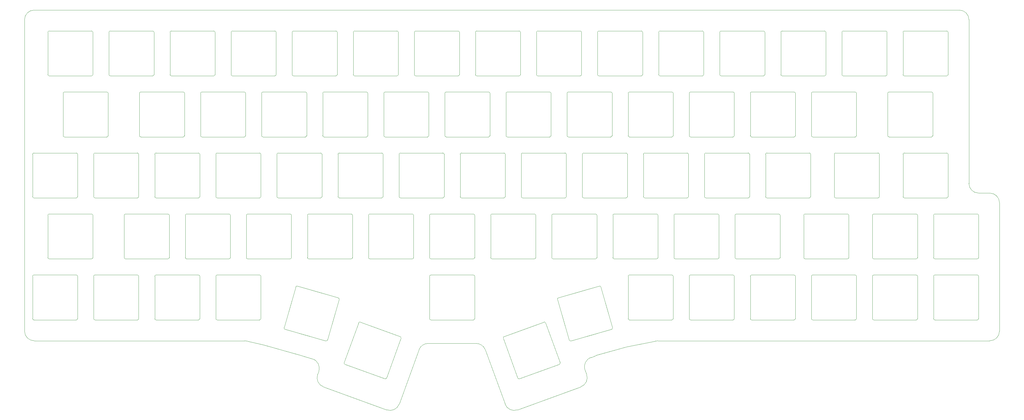
<source format=gm1>
G04 #@! TF.GenerationSoftware,KiCad,Pcbnew,(6.0.7-1)-1*
G04 #@! TF.CreationDate,2022-08-16T19:57:45+02:00*
G04 #@! TF.ProjectId,switch-plate,73776974-6368-42d7-906c-6174652e6b69,rev?*
G04 #@! TF.SameCoordinates,Original*
G04 #@! TF.FileFunction,Profile,NP*
%FSLAX46Y46*%
G04 Gerber Fmt 4.6, Leading zero omitted, Abs format (unit mm)*
G04 Created by KiCad (PCBNEW (6.0.7-1)-1) date 2022-08-16 19:57:45*
%MOMM*%
%LPD*%
G01*
G04 APERTURE LIST*
G04 #@! TA.AperFunction,Profile*
%ADD10C,0.100000*%
G04 #@! TD*
G04 #@! TA.AperFunction,Profile*
%ADD11C,0.120000*%
G04 #@! TD*
G04 APERTURE END LIST*
D10*
X95910640Y-99981270D02*
X96252660Y-99041577D01*
X191953090Y-91358478D02*
X200923088Y-89616215D01*
X130257781Y-90327385D02*
G75*
G03*
X127438703Y-92301347I19J-3000015D01*
G01*
X308000000Y-86500000D02*
X308000000Y-46500000D01*
X96252651Y-99041574D02*
G75*
G03*
X94260494Y-95131732I-2819051J1026074D01*
G01*
X298500000Y-40500000D02*
X298500000Y10500000D01*
X177796342Y-103826408D02*
X158062797Y-111008831D01*
X74076912Y-89616215D02*
X78888913Y-90703839D01*
X7750000Y-89500000D02*
X73250000Y-89500000D01*
X181068507Y-94661927D02*
G75*
G03*
X179076329Y-98571731I826893J-2883773D01*
G01*
X179589359Y-99981270D02*
X179076329Y-98571731D01*
X201750000Y-89500000D02*
X305000000Y-89500000D01*
X154217658Y-109215814D02*
X148061296Y-92301347D01*
X117437209Y-111008812D02*
G75*
G03*
X121282341Y-109215814I1026091J2819012D01*
G01*
X148061276Y-92301354D02*
G75*
G03*
X145242218Y-90327407I-2819076J-1026046D01*
G01*
X177796325Y-103826361D02*
G75*
G03*
X179589359Y-99981269I-1026025J2819061D01*
G01*
X298500000Y10500000D02*
G75*
G03*
X295500000Y13500000I-3000000J0D01*
G01*
X121282341Y-109215814D02*
X127438703Y-92301347D01*
X4750000Y-86500000D02*
G75*
G03*
X7750000Y-89500000I3000000J0D01*
G01*
X97703657Y-103826408D02*
X117437202Y-111008831D01*
X181068495Y-94661886D02*
X182821104Y-93977032D01*
X4750000Y10500000D02*
X4750000Y-25500000D01*
X308000000Y-46500000D02*
G75*
G03*
X305000000Y-43500000I-3000000J0D01*
G01*
X298500000Y-40500000D02*
G75*
G03*
X301500000Y-43500000I3000000J0D01*
G01*
X74076912Y-89616215D02*
G75*
G03*
X73250000Y-89500000I-826912J-2883785D01*
G01*
X4750000Y-25500000D02*
X4750000Y-86500000D01*
X78888913Y-90703839D02*
X90303895Y-93977032D01*
X7750000Y13500000D02*
G75*
G03*
X4750000Y10500000I0J-3000000D01*
G01*
X182821104Y-93977032D02*
X191953090Y-91358478D01*
X95910594Y-99981252D02*
G75*
G03*
X97703657Y-103826408I2819106J-1026048D01*
G01*
X154217641Y-109215820D02*
G75*
G03*
X158062797Y-111008831I2819059J1026020D01*
G01*
X201750000Y-89500000D02*
G75*
G03*
X200923088Y-89616215I0J-3000000D01*
G01*
X130257781Y-90327407D02*
X145242218Y-90327407D01*
X7750000Y13500000D02*
X295500000Y13500000D01*
X90303895Y-93977032D02*
X94260494Y-95131732D01*
X305000000Y-43500000D02*
X301500000Y-43500000D01*
X305000000Y-89500000D02*
G75*
G03*
X308000000Y-86500000I0J3000000D01*
G01*
D11*
X26000000Y-6600000D02*
X26000000Y6600000D01*
X12400000Y-7000000D02*
X25600000Y-7000000D01*
X12000000Y6600000D02*
X12000000Y-6600000D01*
X12400000Y7000000D02*
X25600000Y7000000D01*
X25600000Y-7000000D02*
G75*
G03*
X26000000Y-6600000I0J400000D01*
G01*
X12400000Y7000000D02*
G75*
G03*
X12000000Y6600000I-1J-399999D01*
G01*
X26000000Y6600000D02*
G75*
G03*
X25600000Y7000000I-400000J0D01*
G01*
X12000000Y-6600000D02*
G75*
G03*
X12400000Y-7000000I399999J-1D01*
G01*
X59900000Y-26000000D02*
X73100000Y-26000000D01*
X59900000Y-12000000D02*
X73100000Y-12000000D01*
X73500000Y-25600000D02*
X73500000Y-12400000D01*
X59500000Y-12400000D02*
X59500000Y-25600000D01*
X59500000Y-25600000D02*
G75*
G03*
X59900000Y-26000000I399999J-1D01*
G01*
X73100000Y-26000000D02*
G75*
G03*
X73500000Y-25600000I0J400000D01*
G01*
X59900000Y-12000000D02*
G75*
G03*
X59500000Y-12400000I-1J-399999D01*
G01*
X73500000Y-12400000D02*
G75*
G03*
X73100000Y-12000000I-400000J0D01*
G01*
X104403888Y-96820515D02*
X116807830Y-101335181D01*
X121596112Y-88179485D02*
X109192170Y-83664819D01*
X104164819Y-96307830D02*
X108679485Y-83903888D01*
X117320515Y-101096112D02*
X121835181Y-88692170D01*
X116807830Y-101335181D02*
G75*
G03*
X117320515Y-101096112I136809J375875D01*
G01*
X104164819Y-96307830D02*
G75*
G03*
X104403888Y-96820515I375875J-136809D01*
G01*
X109192170Y-83664819D02*
G75*
G03*
X108679485Y-83903888I-136808J-375877D01*
G01*
X121835181Y-88692170D02*
G75*
G03*
X121596112Y-88179485I-375877J136808D01*
G01*
X78900000Y-12000000D02*
X92100000Y-12000000D01*
X92500000Y-25600000D02*
X92500000Y-12400000D01*
X78900000Y-26000000D02*
X92100000Y-26000000D01*
X78500000Y-12400000D02*
X78500000Y-25600000D01*
X78500000Y-25600000D02*
G75*
G03*
X78900000Y-26000000I399999J-1D01*
G01*
X92500000Y-12400000D02*
G75*
G03*
X92100000Y-12000000I-400000J0D01*
G01*
X92100000Y-26000000D02*
G75*
G03*
X92500000Y-25600000I0J400000D01*
G01*
X78900000Y-12000000D02*
G75*
G03*
X78500000Y-12400000I-1J-399999D01*
G01*
X244500000Y-82600000D02*
X244500000Y-69400000D01*
X230900000Y-83000000D02*
X244100000Y-83000000D01*
X230500000Y-69400000D02*
X230500000Y-82600000D01*
X230900000Y-69000000D02*
X244100000Y-69000000D01*
X230500000Y-82600000D02*
G75*
G03*
X230900000Y-83000000I399999J-1D01*
G01*
X230900000Y-69000000D02*
G75*
G03*
X230500000Y-69400000I-1J-399999D01*
G01*
X244500000Y-69400000D02*
G75*
G03*
X244100000Y-69000000I-400000J0D01*
G01*
X244100000Y-83000000D02*
G75*
G03*
X244500000Y-82600000I0J400000D01*
G01*
X178250000Y-31400000D02*
X178250000Y-44600000D01*
X178650000Y-45000000D02*
X191850000Y-45000000D01*
X192250000Y-44600000D02*
X192250000Y-31400000D01*
X178650000Y-31000000D02*
X191850000Y-31000000D01*
X178250000Y-44600000D02*
G75*
G03*
X178650000Y-45000000I399999J-1D01*
G01*
X192250000Y-31400000D02*
G75*
G03*
X191850000Y-31000000I-400000J0D01*
G01*
X178650000Y-31000000D02*
G75*
G03*
X178250000Y-31400000I-1J-399999D01*
G01*
X191850000Y-45000000D02*
G75*
G03*
X192250000Y-44600000I0J400000D01*
G01*
X261125000Y-63600000D02*
X261125000Y-50400000D01*
X247525000Y-50000000D02*
X260725000Y-50000000D01*
X247125000Y-50400000D02*
X247125000Y-63600000D01*
X247525000Y-64000000D02*
X260725000Y-64000000D01*
X247125000Y-63600000D02*
G75*
G03*
X247525000Y-64000000I399999J-1D01*
G01*
X261125000Y-50400000D02*
G75*
G03*
X260725000Y-50000000I-400000J0D01*
G01*
X260725000Y-64000000D02*
G75*
G03*
X261125000Y-63600000I0J400000D01*
G01*
X247525000Y-50000000D02*
G75*
G03*
X247125000Y-50400000I-1J-399999D01*
G01*
X85751211Y-85909625D02*
X98439866Y-89548038D01*
X89610134Y-72451962D02*
X102298789Y-76090375D01*
X98934625Y-89273789D02*
X102573038Y-76585134D01*
X89115375Y-72726211D02*
X85476962Y-85414866D01*
X89610134Y-72451961D02*
G75*
G03*
X89115375Y-72726211I-110255J-384504D01*
G01*
X85476961Y-85414866D02*
G75*
G03*
X85751211Y-85909625I384504J-110255D01*
G01*
X98439866Y-89548038D02*
G75*
G03*
X98934625Y-89273789I110255J384504D01*
G01*
X102573038Y-76585134D02*
G75*
G03*
X102298789Y-76090375I-384504J110255D01*
G01*
X173900000Y-26000000D02*
X187100000Y-26000000D01*
X173900000Y-12000000D02*
X187100000Y-12000000D01*
X173500000Y-12400000D02*
X173500000Y-25600000D01*
X187500000Y-25600000D02*
X187500000Y-12400000D01*
X187500000Y-12400000D02*
G75*
G03*
X187100000Y-12000000I-400000J0D01*
G01*
X173900000Y-12000000D02*
G75*
G03*
X173500000Y-12400000I-1J-399999D01*
G01*
X173500000Y-25600000D02*
G75*
G03*
X173900000Y-26000000I399999J-1D01*
G01*
X187100000Y-26000000D02*
G75*
G03*
X187500000Y-25600000I0J400000D01*
G01*
X287250000Y-25600000D02*
X287250000Y-12400000D01*
X273250000Y-12400000D02*
X273250000Y-25600000D01*
X273650000Y-26000000D02*
X286850000Y-26000000D01*
X273650000Y-12000000D02*
X286850000Y-12000000D01*
X273650000Y-12000000D02*
G75*
G03*
X273250000Y-12400000I-1J-399999D01*
G01*
X273250000Y-25600000D02*
G75*
G03*
X273650000Y-26000000I399999J-1D01*
G01*
X287250000Y-12400000D02*
G75*
G03*
X286850000Y-12000000I-400000J0D01*
G01*
X286850000Y-26000000D02*
G75*
G03*
X287250000Y-25600000I0J400000D01*
G01*
X169150000Y-64000000D02*
X182350000Y-64000000D01*
X169150000Y-50000000D02*
X182350000Y-50000000D01*
X182750000Y-63600000D02*
X182750000Y-50400000D01*
X168750000Y-50400000D02*
X168750000Y-63600000D01*
X182750000Y-50400000D02*
G75*
G03*
X182350000Y-50000000I-400000J0D01*
G01*
X168750000Y-63600000D02*
G75*
G03*
X169150000Y-64000000I399999J-1D01*
G01*
X182350000Y-64000000D02*
G75*
G03*
X182750000Y-63600000I0J400000D01*
G01*
X169150000Y-50000000D02*
G75*
G03*
X168750000Y-50400000I-1J-399999D01*
G01*
X26650000Y-31000000D02*
X39850000Y-31000000D01*
X26650000Y-45000000D02*
X39850000Y-45000000D01*
X40250000Y-44600000D02*
X40250000Y-31400000D01*
X26250000Y-31400000D02*
X26250000Y-44600000D01*
X40250000Y-31400000D02*
G75*
G03*
X39850000Y-31000000I-400000J0D01*
G01*
X26650000Y-31000000D02*
G75*
G03*
X26250000Y-31400000I-1J-399999D01*
G01*
X39850000Y-45000000D02*
G75*
G03*
X40250000Y-44600000I0J400000D01*
G01*
X26250000Y-44600000D02*
G75*
G03*
X26650000Y-45000000I399999J-1D01*
G01*
X202400000Y-7000000D02*
X215600000Y-7000000D01*
X202000000Y6600000D02*
X202000000Y-6600000D01*
X202400000Y7000000D02*
X215600000Y7000000D01*
X216000000Y-6600000D02*
X216000000Y6600000D01*
X216000000Y6600000D02*
G75*
G03*
X215600000Y7000000I-400000J0D01*
G01*
X215600000Y-7000000D02*
G75*
G03*
X216000000Y-6600000I0J400000D01*
G01*
X202400000Y7000000D02*
G75*
G03*
X202000000Y6600000I-1J-399999D01*
G01*
X202000000Y-6600000D02*
G75*
G03*
X202400000Y-7000000I399999J-1D01*
G01*
X144750000Y-63600000D02*
X144750000Y-50400000D01*
X130750000Y-50400000D02*
X130750000Y-63600000D01*
X131150000Y-64000000D02*
X144350000Y-64000000D01*
X131150000Y-50000000D02*
X144350000Y-50000000D01*
X144750000Y-50400000D02*
G75*
G03*
X144350000Y-50000000I-400000J0D01*
G01*
X144350000Y-64000000D02*
G75*
G03*
X144750000Y-63600000I0J400000D01*
G01*
X130750000Y-63600000D02*
G75*
G03*
X131150000Y-64000000I399999J-1D01*
G01*
X131150000Y-50000000D02*
G75*
G03*
X130750000Y-50400000I-1J-399999D01*
G01*
X130500000Y-25600000D02*
X130500000Y-12400000D01*
X116900000Y-26000000D02*
X130100000Y-26000000D01*
X116900000Y-12000000D02*
X130100000Y-12000000D01*
X116500000Y-12400000D02*
X116500000Y-25600000D01*
X116900000Y-12000000D02*
G75*
G03*
X116500000Y-12400000I-1J-399999D01*
G01*
X116500000Y-25600000D02*
G75*
G03*
X116900000Y-26000000I399999J-1D01*
G01*
X130100000Y-26000000D02*
G75*
G03*
X130500000Y-25600000I0J400000D01*
G01*
X130500000Y-12400000D02*
G75*
G03*
X130100000Y-12000000I-400000J0D01*
G01*
X174685134Y-89548038D02*
X187373789Y-85909625D01*
X170551962Y-76585134D02*
X174190375Y-89273789D01*
X187648038Y-85414866D02*
X184009625Y-72726211D01*
X170826211Y-76090375D02*
X183514866Y-72451962D01*
X170826211Y-76090376D02*
G75*
G03*
X170551962Y-76585134I110254J-384503D01*
G01*
X184009625Y-72726211D02*
G75*
G03*
X183514866Y-72451962I-384504J-110255D01*
G01*
X174190376Y-89273789D02*
G75*
G03*
X174685134Y-89548038I384503J110254D01*
G01*
X187373789Y-85909625D02*
G75*
G03*
X187648038Y-85414866I-110255J384504D01*
G01*
X259400000Y-7000000D02*
X272600000Y-7000000D01*
X259400000Y7000000D02*
X272600000Y7000000D01*
X273000000Y-6600000D02*
X273000000Y6600000D01*
X259000000Y6600000D02*
X259000000Y-6600000D01*
X273000000Y6600000D02*
G75*
G03*
X272600000Y7000000I-400000J0D01*
G01*
X259400000Y7000000D02*
G75*
G03*
X259000000Y6600000I-1J-399999D01*
G01*
X259000000Y-6600000D02*
G75*
G03*
X259400000Y-7000000I399999J-1D01*
G01*
X272600000Y-7000000D02*
G75*
G03*
X273000000Y-6600000I0J400000D01*
G01*
X64650000Y-69000000D02*
X77850000Y-69000000D01*
X64250000Y-69400000D02*
X64250000Y-82600000D01*
X78250000Y-82600000D02*
X78250000Y-69400000D01*
X64650000Y-83000000D02*
X77850000Y-83000000D01*
X64650000Y-69000000D02*
G75*
G03*
X64250000Y-69400000I-1J-399999D01*
G01*
X77850000Y-83000000D02*
G75*
G03*
X78250000Y-82600000I0J400000D01*
G01*
X64250000Y-82600000D02*
G75*
G03*
X64650000Y-83000000I399999J-1D01*
G01*
X78250000Y-69400000D02*
G75*
G03*
X77850000Y-69000000I-400000J0D01*
G01*
X40900000Y-26000000D02*
X54100000Y-26000000D01*
X40500000Y-12400000D02*
X40500000Y-25600000D01*
X40900000Y-12000000D02*
X54100000Y-12000000D01*
X54500000Y-25600000D02*
X54500000Y-12400000D01*
X40500000Y-25600000D02*
G75*
G03*
X40900000Y-26000000I399999J-1D01*
G01*
X54100000Y-26000000D02*
G75*
G03*
X54500000Y-25600000I0J400000D01*
G01*
X54500000Y-12400000D02*
G75*
G03*
X54100000Y-12000000I-400000J0D01*
G01*
X40900000Y-12000000D02*
G75*
G03*
X40500000Y-12400000I-1J-399999D01*
G01*
X211500000Y-69400000D02*
X211500000Y-82600000D01*
X211900000Y-83000000D02*
X225100000Y-83000000D01*
X225500000Y-82600000D02*
X225500000Y-69400000D01*
X211900000Y-69000000D02*
X225100000Y-69000000D01*
X225500000Y-69400000D02*
G75*
G03*
X225100000Y-69000000I-400000J0D01*
G01*
X211500000Y-82600000D02*
G75*
G03*
X211900000Y-83000000I399999J-1D01*
G01*
X211900000Y-69000000D02*
G75*
G03*
X211500000Y-69400000I-1J-399999D01*
G01*
X225100000Y-83000000D02*
G75*
G03*
X225500000Y-82600000I0J400000D01*
G01*
X69000000Y6600000D02*
X69000000Y-6600000D01*
X69400000Y7000000D02*
X82600000Y7000000D01*
X69400000Y-7000000D02*
X82600000Y-7000000D01*
X83000000Y-6600000D02*
X83000000Y6600000D01*
X82600000Y-7000000D02*
G75*
G03*
X83000000Y-6600000I0J400000D01*
G01*
X83000000Y6600000D02*
G75*
G03*
X82600000Y7000000I-400000J0D01*
G01*
X69000000Y-6600000D02*
G75*
G03*
X69400000Y-7000000I399999J-1D01*
G01*
X69400000Y7000000D02*
G75*
G03*
X69000000Y6600000I-1J-399999D01*
G01*
X278400000Y-31000000D02*
X291600000Y-31000000D01*
X278000000Y-31400000D02*
X278000000Y-44600000D01*
X292000000Y-44600000D02*
X292000000Y-31400000D01*
X278400000Y-45000000D02*
X291600000Y-45000000D01*
X292000000Y-31400000D02*
G75*
G03*
X291600000Y-31000000I-400000J0D01*
G01*
X291600000Y-45000000D02*
G75*
G03*
X292000000Y-44600000I0J400000D01*
G01*
X278000000Y-44600000D02*
G75*
G03*
X278400000Y-45000000I399999J-1D01*
G01*
X278400000Y-31000000D02*
G75*
G03*
X278000000Y-31400000I-1J-399999D01*
G01*
X7650000Y-31000000D02*
X20850000Y-31000000D01*
X7650000Y-45000000D02*
X20850000Y-45000000D01*
X7250000Y-31400000D02*
X7250000Y-44600000D01*
X21250000Y-44600000D02*
X21250000Y-31400000D01*
X7650000Y-31000000D02*
G75*
G03*
X7250000Y-31400000I-1J-399999D01*
G01*
X20850000Y-45000000D02*
G75*
G03*
X21250000Y-44600000I0J400000D01*
G01*
X21250000Y-31400000D02*
G75*
G03*
X20850000Y-31000000I-400000J0D01*
G01*
X7250000Y-44600000D02*
G75*
G03*
X7650000Y-45000000I399999J-1D01*
G01*
X249500000Y-12400000D02*
X249500000Y-25600000D01*
X249900000Y-12000000D02*
X263100000Y-12000000D01*
X263500000Y-25600000D02*
X263500000Y-12400000D01*
X249900000Y-26000000D02*
X263100000Y-26000000D01*
X263100000Y-26000000D02*
G75*
G03*
X263500000Y-25600000I0J400000D01*
G01*
X249500000Y-25600000D02*
G75*
G03*
X249900000Y-26000000I399999J-1D01*
G01*
X249900000Y-12000000D02*
G75*
G03*
X249500000Y-12400000I-1J-399999D01*
G01*
X263500000Y-12400000D02*
G75*
G03*
X263100000Y-12000000I-400000J0D01*
G01*
X240400000Y-7000000D02*
X253600000Y-7000000D01*
X240400000Y7000000D02*
X253600000Y7000000D01*
X240000000Y6600000D02*
X240000000Y-6600000D01*
X254000000Y-6600000D02*
X254000000Y6600000D01*
X254000000Y6600000D02*
G75*
G03*
X253600000Y7000000I-400000J0D01*
G01*
X240400000Y7000000D02*
G75*
G03*
X240000000Y6600000I-1J-399999D01*
G01*
X253600000Y-7000000D02*
G75*
G03*
X254000000Y-6600000I0J400000D01*
G01*
X240000000Y-6600000D02*
G75*
G03*
X240400000Y-7000000I399999J-1D01*
G01*
X230500000Y-12400000D02*
X230500000Y-25600000D01*
X244500000Y-25600000D02*
X244500000Y-12400000D01*
X230900000Y-12000000D02*
X244100000Y-12000000D01*
X230900000Y-26000000D02*
X244100000Y-26000000D01*
X230500000Y-25600000D02*
G75*
G03*
X230900000Y-26000000I399999J-1D01*
G01*
X244500000Y-12400000D02*
G75*
G03*
X244100000Y-12000000I-400000J0D01*
G01*
X244100000Y-26000000D02*
G75*
G03*
X244500000Y-25600000I0J400000D01*
G01*
X230900000Y-12000000D02*
G75*
G03*
X230500000Y-12400000I-1J-399999D01*
G01*
X45650000Y-31000000D02*
X58850000Y-31000000D01*
X45250000Y-31400000D02*
X45250000Y-44600000D01*
X45650000Y-45000000D02*
X58850000Y-45000000D01*
X59250000Y-44600000D02*
X59250000Y-31400000D01*
X45650000Y-31000000D02*
G75*
G03*
X45250000Y-31400000I-1J-399999D01*
G01*
X58850000Y-45000000D02*
G75*
G03*
X59250000Y-44600000I0J400000D01*
G01*
X59250000Y-31400000D02*
G75*
G03*
X58850000Y-31000000I-400000J0D01*
G01*
X45250000Y-44600000D02*
G75*
G03*
X45650000Y-45000000I399999J-1D01*
G01*
X50400000Y7000000D02*
X63600000Y7000000D01*
X50400000Y-7000000D02*
X63600000Y-7000000D01*
X64000000Y-6600000D02*
X64000000Y6600000D01*
X50000000Y6600000D02*
X50000000Y-6600000D01*
X50000000Y-6600000D02*
G75*
G03*
X50400000Y-7000000I399999J-1D01*
G01*
X63600000Y-7000000D02*
G75*
G03*
X64000000Y-6600000I0J400000D01*
G01*
X64000000Y6600000D02*
G75*
G03*
X63600000Y7000000I-400000J0D01*
G01*
X50400000Y7000000D02*
G75*
G03*
X50000000Y6600000I-1J-399999D01*
G01*
X183400000Y7000000D02*
X196600000Y7000000D01*
X183400000Y-7000000D02*
X196600000Y-7000000D01*
X183000000Y6600000D02*
X183000000Y-6600000D01*
X197000000Y-6600000D02*
X197000000Y6600000D01*
X183000000Y-6600000D02*
G75*
G03*
X183400000Y-7000000I399999J-1D01*
G01*
X196600000Y-7000000D02*
G75*
G03*
X197000000Y-6600000I0J400000D01*
G01*
X197000000Y6600000D02*
G75*
G03*
X196600000Y7000000I-400000J0D01*
G01*
X183400000Y7000000D02*
G75*
G03*
X183000000Y6600000I-1J-399999D01*
G01*
X45650000Y-69000000D02*
X58850000Y-69000000D01*
X45650000Y-83000000D02*
X58850000Y-83000000D01*
X59250000Y-82600000D02*
X59250000Y-69400000D01*
X45250000Y-69400000D02*
X45250000Y-82600000D01*
X59250000Y-69400000D02*
G75*
G03*
X58850000Y-69000000I-400000J0D01*
G01*
X58850000Y-83000000D02*
G75*
G03*
X59250000Y-82600000I0J400000D01*
G01*
X45650000Y-69000000D02*
G75*
G03*
X45250000Y-69400000I-1J-399999D01*
G01*
X45250000Y-82600000D02*
G75*
G03*
X45650000Y-83000000I399999J-1D01*
G01*
X192900000Y-83000000D02*
X206100000Y-83000000D01*
X192900000Y-69000000D02*
X206100000Y-69000000D01*
X192500000Y-69400000D02*
X192500000Y-82600000D01*
X206500000Y-82600000D02*
X206500000Y-69400000D01*
X192500000Y-82600000D02*
G75*
G03*
X192900000Y-83000000I399999J-1D01*
G01*
X206100000Y-83000000D02*
G75*
G03*
X206500000Y-82600000I0J400000D01*
G01*
X192900000Y-69000000D02*
G75*
G03*
X192500000Y-69400000I-1J-399999D01*
G01*
X206500000Y-69400000D02*
G75*
G03*
X206100000Y-69000000I-400000J0D01*
G01*
X154500000Y-12400000D02*
X154500000Y-25600000D01*
X154900000Y-26000000D02*
X168100000Y-26000000D01*
X154900000Y-12000000D02*
X168100000Y-12000000D01*
X168500000Y-25600000D02*
X168500000Y-12400000D01*
X154900000Y-12000000D02*
G75*
G03*
X154500000Y-12400000I-1J-399999D01*
G01*
X168100000Y-26000000D02*
G75*
G03*
X168500000Y-25600000I0J400000D01*
G01*
X168500000Y-12400000D02*
G75*
G03*
X168100000Y-12000000I-400000J0D01*
G01*
X154500000Y-25600000D02*
G75*
G03*
X154900000Y-26000000I399999J-1D01*
G01*
X207150000Y-50000000D02*
X220350000Y-50000000D01*
X220750000Y-63600000D02*
X220750000Y-50400000D01*
X206750000Y-50400000D02*
X206750000Y-63600000D01*
X207150000Y-64000000D02*
X220350000Y-64000000D01*
X206750000Y-63600000D02*
G75*
G03*
X207150000Y-64000000I399999J-1D01*
G01*
X207150000Y-50000000D02*
G75*
G03*
X206750000Y-50400000I-1J-399999D01*
G01*
X220750000Y-50400000D02*
G75*
G03*
X220350000Y-50000000I-400000J0D01*
G01*
X220350000Y-64000000D02*
G75*
G03*
X220750000Y-63600000I0J400000D01*
G01*
X135250000Y-44600000D02*
X135250000Y-31400000D01*
X121250000Y-31400000D02*
X121250000Y-44600000D01*
X121650000Y-31000000D02*
X134850000Y-31000000D01*
X121650000Y-45000000D02*
X134850000Y-45000000D01*
X121250000Y-44600000D02*
G75*
G03*
X121650000Y-45000000I399999J-1D01*
G01*
X135250000Y-31400000D02*
G75*
G03*
X134850000Y-31000000I-400000J0D01*
G01*
X121650000Y-31000000D02*
G75*
G03*
X121250000Y-31400000I-1J-399999D01*
G01*
X134850000Y-45000000D02*
G75*
G03*
X135250000Y-44600000I0J400000D01*
G01*
X263500000Y-82600000D02*
X263500000Y-69400000D01*
X249500000Y-69400000D02*
X249500000Y-82600000D01*
X249900000Y-69000000D02*
X263100000Y-69000000D01*
X249900000Y-83000000D02*
X263100000Y-83000000D01*
X249900000Y-69000000D02*
G75*
G03*
X249500000Y-69400000I-1J-399999D01*
G01*
X263500000Y-69400000D02*
G75*
G03*
X263100000Y-69000000I-400000J0D01*
G01*
X263100000Y-83000000D02*
G75*
G03*
X263500000Y-82600000I0J400000D01*
G01*
X249500000Y-82600000D02*
G75*
G03*
X249900000Y-83000000I399999J-1D01*
G01*
X230250000Y-44600000D02*
X230250000Y-31400000D01*
X216250000Y-31400000D02*
X216250000Y-44600000D01*
X216650000Y-45000000D02*
X229850000Y-45000000D01*
X216650000Y-31000000D02*
X229850000Y-31000000D01*
X229850000Y-45000000D02*
G75*
G03*
X230250000Y-44600000I0J400000D01*
G01*
X230250000Y-31400000D02*
G75*
G03*
X229850000Y-31000000I-400000J0D01*
G01*
X216250000Y-44600000D02*
G75*
G03*
X216650000Y-45000000I399999J-1D01*
G01*
X216650000Y-31000000D02*
G75*
G03*
X216250000Y-31400000I-1J-399999D01*
G01*
X268900000Y-64000000D02*
X282100000Y-64000000D01*
X268500000Y-50400000D02*
X268500000Y-63600000D01*
X268900000Y-50000000D02*
X282100000Y-50000000D01*
X282500000Y-63600000D02*
X282500000Y-50400000D01*
X282100000Y-64000000D02*
G75*
G03*
X282500000Y-63600000I0J400000D01*
G01*
X268900000Y-50000000D02*
G75*
G03*
X268500000Y-50400000I-1J-399999D01*
G01*
X282500000Y-50400000D02*
G75*
G03*
X282100000Y-50000000I-400000J0D01*
G01*
X268500000Y-63600000D02*
G75*
G03*
X268900000Y-64000000I399999J-1D01*
G01*
X55150000Y-64000000D02*
X68350000Y-64000000D01*
X68750000Y-63600000D02*
X68750000Y-50400000D01*
X55150000Y-50000000D02*
X68350000Y-50000000D01*
X54750000Y-50400000D02*
X54750000Y-63600000D01*
X54750000Y-63600000D02*
G75*
G03*
X55150000Y-64000000I399999J-1D01*
G01*
X55150000Y-50000000D02*
G75*
G03*
X54750000Y-50400000I-1J-399999D01*
G01*
X68750000Y-50400000D02*
G75*
G03*
X68350000Y-50000000I-400000J0D01*
G01*
X68350000Y-64000000D02*
G75*
G03*
X68750000Y-63600000I0J400000D01*
G01*
X235250000Y-31400000D02*
X235250000Y-44600000D01*
X249250000Y-44600000D02*
X249250000Y-31400000D01*
X235650000Y-45000000D02*
X248850000Y-45000000D01*
X235650000Y-31000000D02*
X248850000Y-31000000D01*
X235250000Y-44600000D02*
G75*
G03*
X235650000Y-45000000I399999J-1D01*
G01*
X235650000Y-31000000D02*
G75*
G03*
X235250000Y-31400000I-1J-399999D01*
G01*
X248850000Y-45000000D02*
G75*
G03*
X249250000Y-44600000I0J400000D01*
G01*
X249250000Y-31400000D02*
G75*
G03*
X248850000Y-31000000I-400000J0D01*
G01*
X173250000Y-44600000D02*
X173250000Y-31400000D01*
X159250000Y-31400000D02*
X159250000Y-44600000D01*
X159650000Y-31000000D02*
X172850000Y-31000000D01*
X159650000Y-45000000D02*
X172850000Y-45000000D01*
X173250000Y-31400000D02*
G75*
G03*
X172850000Y-31000000I-400000J0D01*
G01*
X172850000Y-45000000D02*
G75*
G03*
X173250000Y-44600000I0J400000D01*
G01*
X159250000Y-44600000D02*
G75*
G03*
X159650000Y-45000000I399999J-1D01*
G01*
X159650000Y-31000000D02*
G75*
G03*
X159250000Y-31400000I-1J-399999D01*
G01*
X268900000Y-69000000D02*
X282100000Y-69000000D01*
X282500000Y-82600000D02*
X282500000Y-69400000D01*
X268500000Y-69400000D02*
X268500000Y-82600000D01*
X268900000Y-83000000D02*
X282100000Y-83000000D01*
X268900000Y-69000000D02*
G75*
G03*
X268500000Y-69400000I-1J-399999D01*
G01*
X282100000Y-83000000D02*
G75*
G03*
X282500000Y-82600000I0J400000D01*
G01*
X282500000Y-69400000D02*
G75*
G03*
X282100000Y-69000000I-400000J0D01*
G01*
X268500000Y-82600000D02*
G75*
G03*
X268900000Y-83000000I399999J-1D01*
G01*
X135900000Y-26000000D02*
X149100000Y-26000000D01*
X149500000Y-25600000D02*
X149500000Y-12400000D01*
X135900000Y-12000000D02*
X149100000Y-12000000D01*
X135500000Y-12400000D02*
X135500000Y-25600000D01*
X149100000Y-26000000D02*
G75*
G03*
X149500000Y-25600000I0J400000D01*
G01*
X149500000Y-12400000D02*
G75*
G03*
X149100000Y-12000000I-400000J0D01*
G01*
X135500000Y-25600000D02*
G75*
G03*
X135900000Y-26000000I399999J-1D01*
G01*
X135900000Y-12000000D02*
G75*
G03*
X135500000Y-12400000I-1J-399999D01*
G01*
X12400000Y-50000000D02*
X25600000Y-50000000D01*
X12000000Y-50400000D02*
X12000000Y-63600000D01*
X26000000Y-63600000D02*
X26000000Y-50400000D01*
X12400000Y-64000000D02*
X25600000Y-64000000D01*
X12000000Y-63600000D02*
G75*
G03*
X12400000Y-64000000I399999J-1D01*
G01*
X25600000Y-64000000D02*
G75*
G03*
X26000000Y-63600000I0J400000D01*
G01*
X26000000Y-50400000D02*
G75*
G03*
X25600000Y-50000000I-400000J0D01*
G01*
X12400000Y-50000000D02*
G75*
G03*
X12000000Y-50400000I-1J-399999D01*
G01*
X235000000Y-6600000D02*
X235000000Y6600000D01*
X221400000Y-7000000D02*
X234600000Y-7000000D01*
X221000000Y6600000D02*
X221000000Y-6600000D01*
X221400000Y7000000D02*
X234600000Y7000000D01*
X221000000Y-6600000D02*
G75*
G03*
X221400000Y-7000000I399999J-1D01*
G01*
X235000000Y6600000D02*
G75*
G03*
X234600000Y7000000I-400000J0D01*
G01*
X234600000Y-7000000D02*
G75*
G03*
X235000000Y-6600000I0J400000D01*
G01*
X221400000Y7000000D02*
G75*
G03*
X221000000Y6600000I-1J-399999D01*
G01*
X192900000Y-26000000D02*
X206100000Y-26000000D01*
X192500000Y-12400000D02*
X192500000Y-25600000D01*
X192900000Y-12000000D02*
X206100000Y-12000000D01*
X206500000Y-25600000D02*
X206500000Y-12400000D01*
X192900000Y-12000000D02*
G75*
G03*
X192500000Y-12400000I-1J-399999D01*
G01*
X192500000Y-25600000D02*
G75*
G03*
X192900000Y-26000000I399999J-1D01*
G01*
X206100000Y-26000000D02*
G75*
G03*
X206500000Y-25600000I0J400000D01*
G01*
X206500000Y-12400000D02*
G75*
G03*
X206100000Y-12000000I-400000J0D01*
G01*
X287500000Y-69400000D02*
X287500000Y-82600000D01*
X287900000Y-69000000D02*
X301100000Y-69000000D01*
X287900000Y-83000000D02*
X301100000Y-83000000D01*
X301500000Y-82600000D02*
X301500000Y-69400000D01*
X287500000Y-82600000D02*
G75*
G03*
X287900000Y-83000000I399999J-1D01*
G01*
X287900000Y-69000000D02*
G75*
G03*
X287500000Y-69400000I-1J-399999D01*
G01*
X301100000Y-83000000D02*
G75*
G03*
X301500000Y-82600000I0J400000D01*
G01*
X301500000Y-69400000D02*
G75*
G03*
X301100000Y-69000000I-400000J0D01*
G01*
X83650000Y-45000000D02*
X96850000Y-45000000D01*
X83250000Y-31400000D02*
X83250000Y-44600000D01*
X97250000Y-44600000D02*
X97250000Y-31400000D01*
X83650000Y-31000000D02*
X96850000Y-31000000D01*
X83650000Y-31000000D02*
G75*
G03*
X83250000Y-31400000I-1J-399999D01*
G01*
X97250000Y-31400000D02*
G75*
G03*
X96850000Y-31000000I-400000J0D01*
G01*
X96850000Y-45000000D02*
G75*
G03*
X97250000Y-44600000I0J400000D01*
G01*
X83250000Y-44600000D02*
G75*
G03*
X83650000Y-45000000I399999J-1D01*
G01*
X164400000Y-7000000D02*
X177600000Y-7000000D01*
X164000000Y6600000D02*
X164000000Y-6600000D01*
X178000000Y-6600000D02*
X178000000Y6600000D01*
X164400000Y7000000D02*
X177600000Y7000000D01*
X164000000Y-6600000D02*
G75*
G03*
X164400000Y-7000000I399999J-1D01*
G01*
X164400000Y7000000D02*
G75*
G03*
X164000000Y6600000I-1J-399999D01*
G01*
X177600000Y-7000000D02*
G75*
G03*
X178000000Y-6600000I0J400000D01*
G01*
X178000000Y6600000D02*
G75*
G03*
X177600000Y7000000I-400000J0D01*
G01*
X74150000Y-50000000D02*
X87350000Y-50000000D01*
X87750000Y-63600000D02*
X87750000Y-50400000D01*
X74150000Y-64000000D02*
X87350000Y-64000000D01*
X73750000Y-50400000D02*
X73750000Y-63600000D01*
X74150000Y-50000000D02*
G75*
G03*
X73750000Y-50400000I-1J-399999D01*
G01*
X87350000Y-64000000D02*
G75*
G03*
X87750000Y-63600000I0J400000D01*
G01*
X87750000Y-50400000D02*
G75*
G03*
X87350000Y-50000000I-400000J0D01*
G01*
X73750000Y-63600000D02*
G75*
G03*
X74150000Y-64000000I399999J-1D01*
G01*
X225500000Y-25600000D02*
X225500000Y-12400000D01*
X211500000Y-12400000D02*
X211500000Y-25600000D01*
X211900000Y-26000000D02*
X225100000Y-26000000D01*
X211900000Y-12000000D02*
X225100000Y-12000000D01*
X211900000Y-12000000D02*
G75*
G03*
X211500000Y-12400000I-1J-399999D01*
G01*
X225500000Y-12400000D02*
G75*
G03*
X225100000Y-12000000I-400000J0D01*
G01*
X211500000Y-25600000D02*
G75*
G03*
X211900000Y-26000000I399999J-1D01*
G01*
X225100000Y-26000000D02*
G75*
G03*
X225500000Y-25600000I0J400000D01*
G01*
X159000000Y-6600000D02*
X159000000Y6600000D01*
X145000000Y6600000D02*
X145000000Y-6600000D01*
X145400000Y-7000000D02*
X158600000Y-7000000D01*
X145400000Y7000000D02*
X158600000Y7000000D01*
X145400000Y7000000D02*
G75*
G03*
X145000000Y6600000I-1J-399999D01*
G01*
X159000000Y6600000D02*
G75*
G03*
X158600000Y7000000I-400000J0D01*
G01*
X145000000Y-6600000D02*
G75*
G03*
X145400000Y-7000000I399999J-1D01*
G01*
X158600000Y-7000000D02*
G75*
G03*
X159000000Y-6600000I0J400000D01*
G01*
X17150000Y-26000000D02*
X30350000Y-26000000D01*
X17150000Y-12000000D02*
X30350000Y-12000000D01*
X30750000Y-25600000D02*
X30750000Y-12400000D01*
X16750000Y-12400000D02*
X16750000Y-25600000D01*
X30350000Y-26000000D02*
G75*
G03*
X30750000Y-25600000I0J400000D01*
G01*
X17150000Y-12000000D02*
G75*
G03*
X16750000Y-12400000I-1J-399999D01*
G01*
X30750000Y-12400000D02*
G75*
G03*
X30350000Y-12000000I-400000J0D01*
G01*
X16750000Y-25600000D02*
G75*
G03*
X17150000Y-26000000I399999J-1D01*
G01*
X93150000Y-50000000D02*
X106350000Y-50000000D01*
X93150000Y-64000000D02*
X106350000Y-64000000D01*
X106750000Y-63600000D02*
X106750000Y-50400000D01*
X92750000Y-50400000D02*
X92750000Y-63600000D01*
X106750000Y-50400000D02*
G75*
G03*
X106350000Y-50000000I-400000J0D01*
G01*
X93150000Y-50000000D02*
G75*
G03*
X92750000Y-50400000I-1J-399999D01*
G01*
X92750000Y-63600000D02*
G75*
G03*
X93150000Y-64000000I399999J-1D01*
G01*
X106350000Y-64000000D02*
G75*
G03*
X106750000Y-63600000I0J400000D01*
G01*
X187750000Y-50400000D02*
X187750000Y-63600000D01*
X201750000Y-63600000D02*
X201750000Y-50400000D01*
X188150000Y-50000000D02*
X201350000Y-50000000D01*
X188150000Y-64000000D02*
X201350000Y-64000000D01*
X187750000Y-63600000D02*
G75*
G03*
X188150000Y-64000000I399999J-1D01*
G01*
X201350000Y-64000000D02*
G75*
G03*
X201750000Y-63600000I0J400000D01*
G01*
X201750000Y-50400000D02*
G75*
G03*
X201350000Y-50000000I-400000J0D01*
G01*
X188150000Y-50000000D02*
G75*
G03*
X187750000Y-50400000I-1J-399999D01*
G01*
X116250000Y-44600000D02*
X116250000Y-31400000D01*
X102650000Y-45000000D02*
X115850000Y-45000000D01*
X102650000Y-31000000D02*
X115850000Y-31000000D01*
X102250000Y-31400000D02*
X102250000Y-44600000D01*
X116250000Y-31400000D02*
G75*
G03*
X115850000Y-31000000I-400000J0D01*
G01*
X115850000Y-45000000D02*
G75*
G03*
X116250000Y-44600000I0J400000D01*
G01*
X102250000Y-44600000D02*
G75*
G03*
X102650000Y-45000000I399999J-1D01*
G01*
X102650000Y-31000000D02*
G75*
G03*
X102250000Y-31400000I-1J-399999D01*
G01*
X97500000Y-12400000D02*
X97500000Y-25600000D01*
X97900000Y-12000000D02*
X111100000Y-12000000D01*
X111500000Y-25600000D02*
X111500000Y-12400000D01*
X97900000Y-26000000D02*
X111100000Y-26000000D01*
X111500000Y-12400000D02*
G75*
G03*
X111100000Y-12000000I-400000J0D01*
G01*
X111100000Y-26000000D02*
G75*
G03*
X111500000Y-25600000I0J400000D01*
G01*
X97500000Y-25600000D02*
G75*
G03*
X97900000Y-26000000I399999J-1D01*
G01*
X97900000Y-12000000D02*
G75*
G03*
X97500000Y-12400000I-1J-399999D01*
G01*
X26650000Y-69000000D02*
X39850000Y-69000000D01*
X40250000Y-82600000D02*
X40250000Y-69400000D01*
X26650000Y-83000000D02*
X39850000Y-83000000D01*
X26250000Y-69400000D02*
X26250000Y-82600000D01*
X26650000Y-69000000D02*
G75*
G03*
X26250000Y-69400000I-1J-399999D01*
G01*
X40250000Y-69400000D02*
G75*
G03*
X39850000Y-69000000I-400000J0D01*
G01*
X26250000Y-82600000D02*
G75*
G03*
X26650000Y-83000000I399999J-1D01*
G01*
X39850000Y-83000000D02*
G75*
G03*
X40250000Y-82600000I0J400000D01*
G01*
X149750000Y-50400000D02*
X149750000Y-63600000D01*
X150150000Y-50000000D02*
X163350000Y-50000000D01*
X150150000Y-64000000D02*
X163350000Y-64000000D01*
X163750000Y-63600000D02*
X163750000Y-50400000D01*
X163750000Y-50400000D02*
G75*
G03*
X163350000Y-50000000I-400000J0D01*
G01*
X163350000Y-64000000D02*
G75*
G03*
X163750000Y-63600000I0J400000D01*
G01*
X150150000Y-50000000D02*
G75*
G03*
X149750000Y-50400000I-1J-399999D01*
G01*
X149750000Y-63600000D02*
G75*
G03*
X150150000Y-64000000I399999J-1D01*
G01*
X278400000Y7000000D02*
X291600000Y7000000D01*
X278000000Y6600000D02*
X278000000Y-6600000D01*
X278400000Y-7000000D02*
X291600000Y-7000000D01*
X292000000Y-6600000D02*
X292000000Y6600000D01*
X292000000Y6600000D02*
G75*
G03*
X291600000Y7000000I-400000J0D01*
G01*
X278400000Y7000000D02*
G75*
G03*
X278000000Y6600000I-1J-399999D01*
G01*
X291600000Y-7000000D02*
G75*
G03*
X292000000Y-6600000I0J400000D01*
G01*
X278000000Y-6600000D02*
G75*
G03*
X278400000Y-7000000I399999J-1D01*
G01*
X140650000Y-31000000D02*
X153850000Y-31000000D01*
X154250000Y-44600000D02*
X154250000Y-31400000D01*
X140650000Y-45000000D02*
X153850000Y-45000000D01*
X140250000Y-31400000D02*
X140250000Y-44600000D01*
X153850000Y-45000000D02*
G75*
G03*
X154250000Y-44600000I0J400000D01*
G01*
X140650000Y-31000000D02*
G75*
G03*
X140250000Y-31400000I-1J-399999D01*
G01*
X140250000Y-44600000D02*
G75*
G03*
X140650000Y-45000000I399999J-1D01*
G01*
X154250000Y-31400000D02*
G75*
G03*
X153850000Y-31000000I-400000J0D01*
G01*
X31000000Y6600000D02*
X31000000Y-6600000D01*
X45000000Y-6600000D02*
X45000000Y6600000D01*
X31400000Y-7000000D02*
X44600000Y-7000000D01*
X31400000Y7000000D02*
X44600000Y7000000D01*
X31000000Y-6600000D02*
G75*
G03*
X31400000Y-7000000I399999J-1D01*
G01*
X44600000Y-7000000D02*
G75*
G03*
X45000000Y-6600000I0J400000D01*
G01*
X45000000Y6600000D02*
G75*
G03*
X44600000Y7000000I-400000J0D01*
G01*
X31400000Y7000000D02*
G75*
G03*
X31000000Y6600000I-1J-399999D01*
G01*
X287900000Y-64000000D02*
X301100000Y-64000000D01*
X301500000Y-63600000D02*
X301500000Y-50400000D01*
X287500000Y-50400000D02*
X287500000Y-63600000D01*
X287900000Y-50000000D02*
X301100000Y-50000000D01*
X301100000Y-64000000D02*
G75*
G03*
X301500000Y-63600000I0J400000D01*
G01*
X287500000Y-63600000D02*
G75*
G03*
X287900000Y-64000000I399999J-1D01*
G01*
X301500000Y-50400000D02*
G75*
G03*
X301100000Y-50000000I-400000J0D01*
G01*
X287900000Y-50000000D02*
G75*
G03*
X287500000Y-50400000I-1J-399999D01*
G01*
X64250000Y-31400000D02*
X64250000Y-44600000D01*
X64650000Y-31000000D02*
X77850000Y-31000000D01*
X78250000Y-44600000D02*
X78250000Y-31400000D01*
X64650000Y-45000000D02*
X77850000Y-45000000D01*
X78250000Y-31400000D02*
G75*
G03*
X77850000Y-31000000I-400000J0D01*
G01*
X64650000Y-31000000D02*
G75*
G03*
X64250000Y-31400000I-1J-399999D01*
G01*
X64250000Y-44600000D02*
G75*
G03*
X64650000Y-45000000I399999J-1D01*
G01*
X77850000Y-45000000D02*
G75*
G03*
X78250000Y-44600000I0J400000D01*
G01*
X158692170Y-101335181D02*
X171096112Y-96820515D01*
X158179485Y-101096112D02*
X153664819Y-88692170D01*
X171335181Y-96307830D02*
X166820515Y-83903888D01*
X166307830Y-83664819D02*
X153903888Y-88179485D01*
X166820515Y-83903888D02*
G75*
G03*
X166307830Y-83664819I-375877J-136808D01*
G01*
X153903888Y-88179485D02*
G75*
G03*
X153664819Y-88692170I136808J-375877D01*
G01*
X158179485Y-101096112D02*
G75*
G03*
X158692170Y-101335181I375876J136806D01*
G01*
X171096112Y-96820515D02*
G75*
G03*
X171335181Y-96307830I-136806J375876D01*
G01*
X126000000Y6600000D02*
X126000000Y-6600000D01*
X140000000Y-6600000D02*
X140000000Y6600000D01*
X126400000Y-7000000D02*
X139600000Y-7000000D01*
X126400000Y7000000D02*
X139600000Y7000000D01*
X140000000Y6600000D02*
G75*
G03*
X139600000Y7000000I-400000J0D01*
G01*
X126000000Y-6600000D02*
G75*
G03*
X126400000Y-7000000I399999J-1D01*
G01*
X139600000Y-7000000D02*
G75*
G03*
X140000000Y-6600000I0J400000D01*
G01*
X126400000Y7000000D02*
G75*
G03*
X126000000Y6600000I-1J-399999D01*
G01*
X111750000Y-50400000D02*
X111750000Y-63600000D01*
X112150000Y-64000000D02*
X125350000Y-64000000D01*
X112150000Y-50000000D02*
X125350000Y-50000000D01*
X125750000Y-63600000D02*
X125750000Y-50400000D01*
X125750000Y-50400000D02*
G75*
G03*
X125350000Y-50000000I-400000J0D01*
G01*
X112150000Y-50000000D02*
G75*
G03*
X111750000Y-50400000I-1J-399999D01*
G01*
X125350000Y-64000000D02*
G75*
G03*
X125750000Y-63600000I0J400000D01*
G01*
X111750000Y-63600000D02*
G75*
G03*
X112150000Y-64000000I399999J-1D01*
G01*
X130750000Y-69400000D02*
X130750000Y-82600000D01*
X131150000Y-83000000D02*
X144350000Y-83000000D01*
X131150000Y-69000000D02*
X144350000Y-69000000D01*
X144750000Y-82600000D02*
X144750000Y-69400000D01*
X131150000Y-69000000D02*
G75*
G03*
X130750000Y-69400000I-1J-399999D01*
G01*
X144350000Y-83000000D02*
G75*
G03*
X144750000Y-82600000I0J400000D01*
G01*
X130750000Y-82600000D02*
G75*
G03*
X131150000Y-83000000I399999J-1D01*
G01*
X144750000Y-69400000D02*
G75*
G03*
X144350000Y-69000000I-400000J0D01*
G01*
X7250000Y-69400000D02*
X7250000Y-82600000D01*
X7650000Y-83000000D02*
X20850000Y-83000000D01*
X7650000Y-69000000D02*
X20850000Y-69000000D01*
X21250000Y-82600000D02*
X21250000Y-69400000D01*
X21250000Y-69400000D02*
G75*
G03*
X20850000Y-69000000I-400000J0D01*
G01*
X20850000Y-83000000D02*
G75*
G03*
X21250000Y-82600000I0J400000D01*
G01*
X7650000Y-69000000D02*
G75*
G03*
X7250000Y-69400000I-1J-399999D01*
G01*
X7250000Y-82600000D02*
G75*
G03*
X7650000Y-83000000I399999J-1D01*
G01*
X121000000Y-6600000D02*
X121000000Y6600000D01*
X107400000Y7000000D02*
X120600000Y7000000D01*
X107000000Y6600000D02*
X107000000Y-6600000D01*
X107400000Y-7000000D02*
X120600000Y-7000000D01*
X121000000Y6600000D02*
G75*
G03*
X120600000Y7000000I-400000J0D01*
G01*
X107400000Y7000000D02*
G75*
G03*
X107000000Y6600000I-1J-399999D01*
G01*
X107000000Y-6600000D02*
G75*
G03*
X107400000Y-7000000I399999J-1D01*
G01*
X120600000Y-7000000D02*
G75*
G03*
X121000000Y-6600000I0J400000D01*
G01*
X88400000Y-7000000D02*
X101600000Y-7000000D01*
X88000000Y6600000D02*
X88000000Y-6600000D01*
X88400000Y7000000D02*
X101600000Y7000000D01*
X102000000Y-6600000D02*
X102000000Y6600000D01*
X101600000Y-7000000D02*
G75*
G03*
X102000000Y-6600000I0J400000D01*
G01*
X88400000Y7000000D02*
G75*
G03*
X88000000Y6600000I-1J-399999D01*
G01*
X88000000Y-6600000D02*
G75*
G03*
X88400000Y-7000000I399999J-1D01*
G01*
X102000000Y6600000D02*
G75*
G03*
X101600000Y7000000I-400000J0D01*
G01*
X197650000Y-45000000D02*
X210850000Y-45000000D01*
X197650000Y-31000000D02*
X210850000Y-31000000D01*
X197250000Y-31400000D02*
X197250000Y-44600000D01*
X211250000Y-44600000D02*
X211250000Y-31400000D01*
X197250000Y-44600000D02*
G75*
G03*
X197650000Y-45000000I399999J-1D01*
G01*
X211250000Y-31400000D02*
G75*
G03*
X210850000Y-31000000I-400000J0D01*
G01*
X197650000Y-31000000D02*
G75*
G03*
X197250000Y-31400000I-1J-399999D01*
G01*
X210850000Y-45000000D02*
G75*
G03*
X211250000Y-44600000I0J400000D01*
G01*
X226150000Y-64000000D02*
X239350000Y-64000000D01*
X225750000Y-50400000D02*
X225750000Y-63600000D01*
X239750000Y-63600000D02*
X239750000Y-50400000D01*
X226150000Y-50000000D02*
X239350000Y-50000000D01*
X239750000Y-50400000D02*
G75*
G03*
X239350000Y-50000000I-400000J0D01*
G01*
X225750000Y-63600000D02*
G75*
G03*
X226150000Y-64000000I399999J-1D01*
G01*
X226150000Y-50000000D02*
G75*
G03*
X225750000Y-50400000I-1J-399999D01*
G01*
X239350000Y-64000000D02*
G75*
G03*
X239750000Y-63600000I0J400000D01*
G01*
X36150000Y-50000000D02*
X49350000Y-50000000D01*
X49750000Y-63600000D02*
X49750000Y-50400000D01*
X36150000Y-64000000D02*
X49350000Y-64000000D01*
X35750000Y-50400000D02*
X35750000Y-63600000D01*
X49350000Y-64000000D02*
G75*
G03*
X49750000Y-63600000I0J400000D01*
G01*
X49750000Y-50400000D02*
G75*
G03*
X49350000Y-50000000I-400000J0D01*
G01*
X36150000Y-50000000D02*
G75*
G03*
X35750000Y-50400000I-1J-399999D01*
G01*
X35750000Y-63600000D02*
G75*
G03*
X36150000Y-64000000I399999J-1D01*
G01*
X256625000Y-31400000D02*
X256625000Y-44600000D01*
X270625000Y-44600000D02*
X270625000Y-31400000D01*
X257025000Y-31000000D02*
X270225000Y-31000000D01*
X257025000Y-45000000D02*
X270225000Y-45000000D01*
X256625000Y-44600000D02*
G75*
G03*
X257025000Y-45000000I399999J-1D01*
G01*
X270625000Y-31400000D02*
G75*
G03*
X270225000Y-31000000I-400000J0D01*
G01*
X257025000Y-31000000D02*
G75*
G03*
X256625000Y-31400000I-1J-399999D01*
G01*
X270225000Y-45000000D02*
G75*
G03*
X270625000Y-44600000I0J400000D01*
G01*
M02*

</source>
